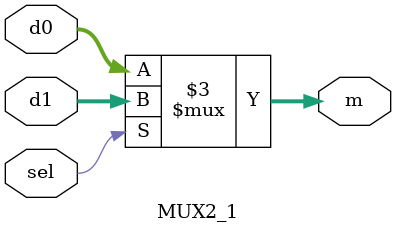
<source format=v>
module MUX2_1( d0, d1, m, sel );
input [15:0] d0, d1;
input  sel;
output reg [15:0] m;

always@(*)

if( sel )
	m = d1;
else
	m = d0;
endmodule



</source>
